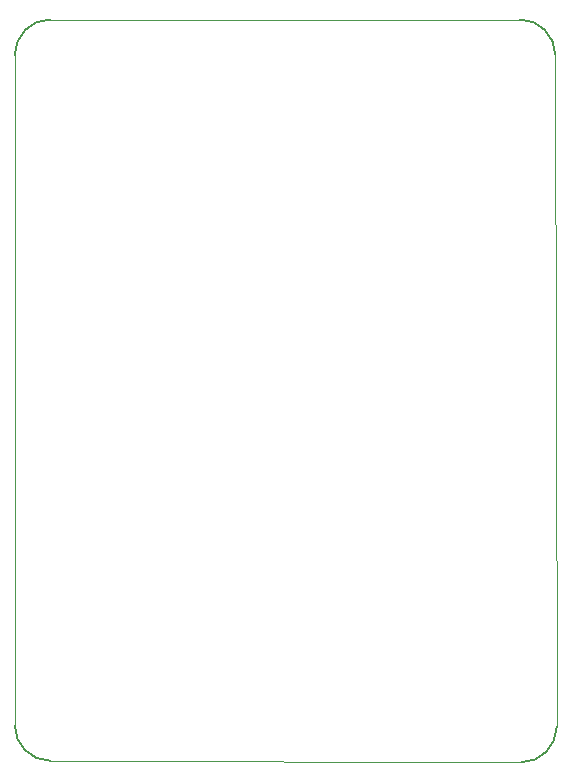
<source format=gbr>
%TF.GenerationSoftware,KiCad,Pcbnew,(6.0.5)*%
%TF.CreationDate,2022-06-18T19:52:53-07:00*%
%TF.ProjectId,garbage-day-indicator,67617262-6167-4652-9d64-61792d696e64,0*%
%TF.SameCoordinates,Original*%
%TF.FileFunction,Profile,NP*%
%FSLAX46Y46*%
G04 Gerber Fmt 4.6, Leading zero omitted, Abs format (unit mm)*
G04 Created by KiCad (PCBNEW (6.0.5)) date 2022-06-18 19:52:53*
%MOMM*%
%LPD*%
G01*
G04 APERTURE LIST*
%TA.AperFunction,Profile*%
%ADD10C,0.100000*%
%TD*%
%TA.AperFunction,Profile*%
%ADD11C,0.200000*%
%TD*%
G04 APERTURE END LIST*
D10*
X160000000Y-127000000D02*
X159878680Y-70121320D01*
D11*
X159878680Y-70121320D02*
G75*
G03*
X156878680Y-67121320I-2999980J20D01*
G01*
X117121320Y-67121320D02*
G75*
G03*
X114121320Y-70121320I-20J-2999980D01*
G01*
D10*
X156878680Y-67121320D02*
X117121320Y-67121320D01*
X114121320Y-70121320D02*
X114121320Y-126878680D01*
D11*
X114121320Y-126878680D02*
G75*
G03*
X117121320Y-129878680I2999980J-20D01*
G01*
D10*
X117121320Y-129878680D02*
X157000000Y-130000000D01*
D11*
X157000000Y-130000000D02*
G75*
G03*
X160000000Y-127000000I0J3000000D01*
G01*
M02*

</source>
